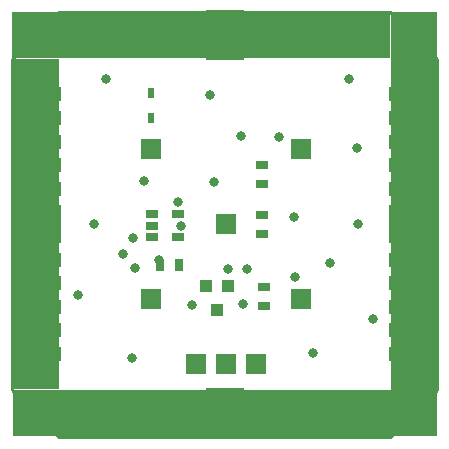
<source format=gbs>
%FSLAX24Y24*%
%MOIN*%
G70*
G01*
G75*
G04 Layer_Color=16711935*
%ADD10R,0.0450X0.0450*%
%ADD11R,0.0236X0.0315*%
%ADD12C,0.0100*%
%ADD13C,0.0200*%
%ADD14R,0.0591X0.0591*%
%ADD15R,0.1181X0.1575*%
%ADD16R,0.1575X0.0394*%
%ADD17R,0.1181X0.0394*%
%ADD18R,0.1575X0.1181*%
%ADD19R,0.0625X0.0625*%
%ADD20C,0.0250*%
%ADD21R,0.0159X0.0280*%
%ADD22R,0.0315X0.0236*%
%ADD23R,0.0315X0.0197*%
%ADD24R,0.0310X0.0350*%
%ADD25C,0.0060*%
%ADD26R,1.1024X0.1575*%
%ADD27R,0.1575X1.2598*%
%ADD28R,1.4173X0.1575*%
%ADD29R,0.1575X1.2598*%
%ADD30R,0.0530X0.0530*%
%ADD31R,0.0316X0.0395*%
%ADD32R,0.0671X0.0671*%
%ADD33R,0.1261X0.1655*%
%ADD34R,0.1655X0.0474*%
%ADD35R,0.1261X0.0474*%
%ADD36R,0.1655X0.1261*%
%ADD37R,0.0080X0.0080*%
%ADD38R,0.0705X0.0705*%
%ADD39C,0.0330*%
%ADD40R,0.1575X1.1024*%
%ADD41R,1.2598X0.1575*%
%ADD42R,0.0239X0.0360*%
%ADD43R,0.0395X0.0316*%
%ADD44R,0.0395X0.0277*%
%ADD45R,0.0390X0.0430*%
D12*
X25013Y36661D02*
X26587Y38236D01*
X25013Y25637D02*
Y36661D01*
Y25637D02*
X26587Y24063D01*
X37611D01*
X39186Y25637D01*
Y36661D01*
X37611Y38236D02*
X39186Y36661D01*
X26587Y38236D02*
X37611D01*
D27*
X38398Y31937D02*
D03*
D28*
X32099Y24850D02*
D03*
D31*
X30565Y29800D02*
D03*
X29935D02*
D03*
D32*
X32150Y31150D02*
D03*
X34650Y28650D02*
D03*
X29650D02*
D03*
Y33650D02*
D03*
X34650D02*
D03*
D33*
X32099Y37448D02*
D03*
Y24850D02*
D03*
D34*
X38398Y35480D02*
D03*
Y26819D02*
D03*
X25800Y26818D02*
D03*
Y35480D02*
D03*
D35*
X38202Y34693D02*
D03*
Y33905D02*
D03*
Y33118D02*
D03*
Y32330D02*
D03*
Y29968D02*
D03*
Y29181D02*
D03*
Y28393D02*
D03*
Y27606D02*
D03*
X25997D02*
D03*
Y28393D02*
D03*
Y29181D02*
D03*
Y29968D02*
D03*
Y32330D02*
D03*
Y33118D02*
D03*
Y33905D02*
D03*
Y34693D02*
D03*
D36*
X38398Y31149D02*
D03*
X25800D02*
D03*
D37*
X25997Y37448D02*
D03*
Y24850D02*
D03*
X38595D02*
D03*
X38586Y37448D02*
D03*
D38*
X31150Y26500D02*
D03*
X32150D02*
D03*
X33150D02*
D03*
D39*
X29050Y30700D02*
D03*
X30550Y31900D02*
D03*
X31750Y32550D02*
D03*
X29100Y29700D02*
D03*
X28700Y30150D02*
D03*
X31600Y35450D02*
D03*
X31000Y28450D02*
D03*
X32200Y29650D02*
D03*
X33900Y34050D02*
D03*
X29400Y32600D02*
D03*
X27750Y31150D02*
D03*
X29900Y29950D02*
D03*
X36550Y31150D02*
D03*
X34400Y31400D02*
D03*
X35600Y29850D02*
D03*
X34450Y29400D02*
D03*
X32700Y28500D02*
D03*
X36500Y33700D02*
D03*
X36250Y36000D02*
D03*
X28150D02*
D03*
X32650Y34100D02*
D03*
X35050Y26850D02*
D03*
X29000Y26700D02*
D03*
X32850Y29650D02*
D03*
X30650Y31100D02*
D03*
X37050Y28000D02*
D03*
X27200Y28800D02*
D03*
D40*
X25800Y31149D02*
D03*
D41*
X31312Y37448D02*
D03*
D42*
X29650Y34689D02*
D03*
Y35511D02*
D03*
D43*
X33350Y32485D02*
D03*
Y33115D02*
D03*
X33400Y29065D02*
D03*
Y28435D02*
D03*
X33350Y30835D02*
D03*
Y31465D02*
D03*
D44*
X30533Y30726D02*
D03*
Y31474D02*
D03*
X29667Y30726D02*
D03*
Y31100D02*
D03*
Y31474D02*
D03*
D45*
X31850Y28300D02*
D03*
X32220Y29090D02*
D03*
X31480D02*
D03*
M02*

</source>
